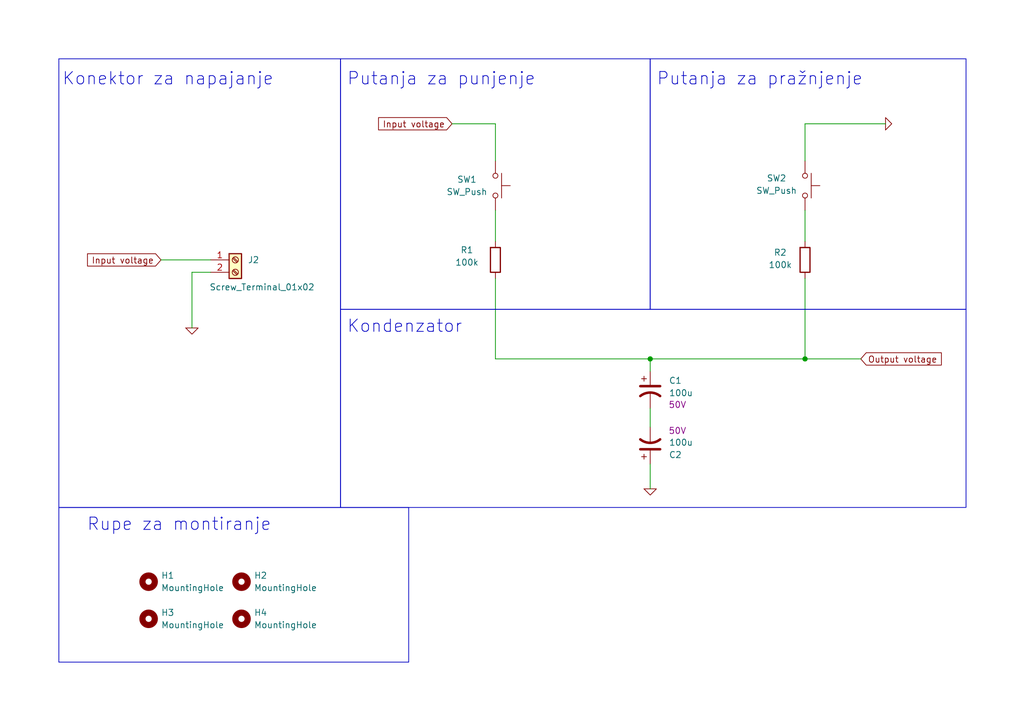
<source format=kicad_sch>
(kicad_sch (version 20231120) (generator "eeschema") (generator_version "8.0")
  (paper "A5")
  (title_block (title "Redna i paralelna otpornost") (rev "v1"))
  (lib_symbols
    (symbol "Connector:Screw_Terminal_01x02" (pin_names (offset 1.016) hide)
      (property "Reference" "J" (at 0 2.54 0))
      (property "Value" "Screw_Terminal_01x02" (at 0 -5.08 0))
      (symbol "Screw_Terminal_01x02_1_1"
        (rectangle (start -1.27 1.27) (end 1.27 -3.81) (stroke (width 0.254)) (fill (type background)))
        (circle (center 0 -2.54) (radius 0.635) (stroke (width 0.1524)))
        (polyline (pts (xy -0.5334 -2.2098) (xy 0.3302 -3.048)) (stroke (width 0.1524)))
        (polyline (pts (xy -0.5334 0.3302) (xy 0.3302 -0.508)) (stroke (width 0.1524)))
        (polyline (pts (xy -0.3556 -2.032) (xy 0.508 -2.8702)) (stroke (width 0.1524)))
        (polyline (pts (xy -0.3556 0.508) (xy 0.508 -0.3302)) (stroke (width 0.1524)))
        (circle (center 0 0) (radius 0.635) (stroke (width 0.1524)))
        (pin passive line (at -5.08 0 0) (length 3.81) (name "Pin_1") (number "1"))
        (pin passive line (at -5.08 -2.54 0) (length 3.81) (name "Pin_2") (number "2"))
      )
    )
    (symbol "Device:C_Polarized_US" (pin_numbers hide) (pin_names (offset 0.254) hide)
      (property "Reference" "C" (at 0.635 2.54 0))
      (property "Value" "C_Polarized_US" (at 0.635 -2.54 0))
      (symbol "C_Polarized_US_0_1"
        (polyline (pts (xy -2.032 0.762) (xy 2.032 0.762)) (stroke (width 0.508)))
        (polyline (pts (xy -1.778 2.286) (xy -0.762 2.286)))
        (polyline (pts (xy -1.27 1.778) (xy -1.27 2.794)))
        (arc (start 2.032 -1.27) (mid 0 -0.5572) (end -2.032 -1.27) (stroke (width 0.508)))
      )
      (symbol "C_Polarized_US_1_1"
        (pin passive line (at 0 3.81 270) (length 2.794) (name "~") (number "1"))
        (pin passive line (at 0 -3.81 90) (length 3.302) (name "~") (number "2"))
      )
    )
    (symbol "Device:R" (pin_numbers hide) (pin_names (offset 0))
      (property "Reference" "R" (at 2.032 0 90))
      (property "Value" "R" (at 0 0 90))
      (symbol "R_0_1"
        (rectangle (start -1.016 -2.54) (end 1.016 2.54) (stroke (width 0.254)))
      )
      (symbol "R_1_1"
        (pin passive line (at 0 3.81 270) (length 1.27) (name "~") (number "1"))
        (pin passive line (at 0 -3.81 90) (length 1.27) (name "~") (number "2"))
      )
    )
    (symbol "Mechanical:MountingHole" (pin_names (offset 1.016))
      (property "Reference" "H" (at 0 5.08 0))
      (property "Value" "MountingHole" (at 0 3.175 0))
      (symbol "MountingHole_0_1"
        (circle (center 0 0) (radius 1.27) (stroke (width 1.27)))
      )
    )
    (symbol "Simulation_SPICE:0" (power) (pin_names (offset 0))
      (property "Value" "0" (at 0 -1.778 0))
      (symbol "0_0_1"
        (polyline (pts (xy -1.27 0) (xy 0 -1.27) (xy 1.27 0) (xy -1.27 0)))
      )
      (symbol "0_1_1"
        (pin power_in line (at 0 0 0) (length 0) hide (name "0") (number "1"))
      )
    )
    (symbol "Switch:SW_Push" (pin_numbers hide) (pin_names (offset 1.016) hide)
      (property "Reference" "SW" (at 1.27 2.54 0))
      (property "Value" "SW_Push" (at 0 -1.524 0))
      (symbol "SW_Push_0_1"
        (circle (center -2.032 0) (radius 0.508))
        (polyline (pts (xy 0 1.27) (xy 0 3.048)))
        (polyline (pts (xy 2.54 1.27) (xy -2.54 1.27)))
        (circle (center 2.032 0) (radius 0.508))
        (pin passive line (at -5.08 0 0) (length 2.54) (name "1") (number "1"))
        (pin passive line (at 5.08 0 180) (length 2.54) (name "2") (number "2"))
      )
    )
  )
  (junction (at 165.1 73.66))
  (junction (at 133.35 73.66))
  (wire (pts (xy 165.1 57.15) (xy 165.1 73.66)))
  (wire (pts (xy 101.6 43.18) (xy 101.6 49.53)))
  (wire (pts (xy 101.6 57.15) (xy 101.6 73.66)))
  (wire (pts (xy 92.71 25.4) (xy 101.6 25.4)))
  (wire (pts (xy 165.1 73.66) (xy 176.53 73.66)))
  (wire (pts (xy 133.35 73.66) (xy 165.1 73.66)))
  (wire (pts (xy 165.1 25.4) (xy 165.1 33.02)))
  (wire (pts (xy 165.1 43.18) (xy 165.1 49.53)))
  (wire (pts (xy 39.37 55.88) (xy 43.18 55.88)))
  (wire (pts (xy 43.18 53.34) (xy 33.02 53.34)))
  (wire (pts (xy 101.6 25.4) (xy 101.6 33.02)))
  (wire (pts (xy 133.35 73.66) (xy 133.35 76.2)))
  (wire (pts (xy 39.37 55.88) (xy 39.37 67.31)))
  (wire (pts (xy 133.35 87.63) (xy 133.35 83.82)))
  (wire (pts (xy 181.61 25.4) (xy 165.1 25.4)))
  (wire (pts (xy 133.35 100.33) (xy 133.35 95.25)))
  (wire (pts (xy 133.35 73.66) (xy 101.6 73.66)))
  (rectangle (start 12.065 12.065) (end 69.85 104.14))
  (rectangle (start 12.065 104.14) (end 83.82 135.89))
  (rectangle (start 69.85 12.065) (end 133.35 63.5))
  (rectangle (start 69.85 63.5) (end 198.12 104.14))
  (rectangle (start 133.35 12.065) (end 198.12 63.5))
  (text "Putanja za pražnjenje" (at 134.62 17.78 0) (effects (font (size 2.54 2.54)) (justify left bottom)))
  (text "Rupe za montiranje\n" (at 17.78 109.22 0) (effects (font (size 2.54 2.54)) (justify left bottom)))
  (text "Kondenzator" (at 71.12 68.58 0) (effects (font (size 2.54 2.54)) (justify left bottom)))
  (text "Konektor za napajanje" (at 12.7 17.78 0) (effects (font (size 2.54 2.54)) (justify left bottom)))
  (text "Putanja za punjenje" (at 71.12 17.78 0) (effects (font (size 2.54 2.54)) (justify left bottom)))
  (global_label "Output voltage" (shape input) (at 176.53 73.66 0) (property "Intersheetrefs" "${INTERSHEET_REFS}" (effects (hide yes))))
  (global_label "Input voltage" (shape input) (at 33.02 53.34 180) (property "Intersheetrefs" "${INTERSHEET_REFS}" (effects (hide yes))))
  (global_label "Input voltage" (shape input) (at 92.71 25.4 180) (property "Intersheetrefs" "${INTERSHEET_REFS}" (effects (hide yes))))
  (symbol (lib_id "Simulation_SPICE:0") (at 39.37 67.31 0) (unit 1)
    (property "Reference" "#GND05" (effects (hide yes)))
    (property "Value" "0" (effects (hide yes)))
  )
  (symbol (lib_id "Simulation_SPICE:0") (at 133.35 100.33 0) (unit 1)
    (property "Reference" "#GND07" (effects (hide yes)))
    (property "Value" "0" (effects (hide yes)))
  )
  (symbol (lib_id "Mechanical:MountingHole") (at 30.48 127 0) (unit 1)
    (property "Reference" "H3" (at 33.02 125.73 0) (effects (justify left)))
    (property "Value" "MountingHole" (at 33.02 128.27 0) (effects (justify left)))
    (property "Footprint" "MountingHole:MountingHole_3.2mm_M3_ISO14580_Pad_TopBottom" (effects (hide yes)))
  )
  (symbol (lib_id "Switch:SW_Push") (at 101.6 38.1 270) (unit 1)
    (property "Reference" "SW1" (at 95.758 36.83 90))
    (property "Value" "SW_Push" (at 95.758 39.37 90))
    (property "Footprint" "Button_Switch_THT:SW_PUSH_6mm_H4.3mm" (effects (hide yes)))
    (property "Description" "Push button switch, generic, two pins" (effects (hide yes)))
  )
  (symbol (lib_id "Simulation_SPICE:0") (at 181.61 25.4 90) (unit 1)
    (property "Reference" "#GND01" (effects (hide yes)))
    (property "Value" "0" (effects (hide yes)))
  )
  (symbol (lib_id "Device:C_Polarized_US") (at 133.35 80.01 0) (unit 1)
    (property "Reference" "C1" (at 137.16 78.1049 0) (effects (justify left)))
    (property "Value" "100u" (at 137.16 80.6449 0) (effects (justify left)))
    (property "Footprint" "Capacitor_THT:CP_Radial_D8.0mm_P3.50mm" (effects (hide yes)))
    (property "Description" "Polarized capacitor, US symbol" (effects (hide yes)))
    (property "Voltage" "50V" (at 138.938 83.058 0))
  )
  (symbol (lib_id "Switch:SW_Push") (at 165.1 38.1 270) (unit 1)
    (property "Reference" "SW2" (at 159.258 36.576 90))
    (property "Value" "SW_Push" (at 159.258 39.116 90))
    (property "Footprint" "Button_Switch_THT:SW_PUSH_6mm_H4.3mm" (effects (hide yes)))
    (property "Description" "Push button switch, generic, two pins" (effects (hide yes)))
  )
  (symbol (lib_id "Connector:Screw_Terminal_01x02") (at 48.26 53.34 0) (unit 1) (exclude_from_sim yes)
    (property "Reference" "J2" (at 50.8 53.34 0) (effects (justify left)))
    (property "Value" "Screw_Terminal_01x02" (at 42.926 58.928 0) (effects (justify left)))
    (property "Footprint" "TerminalBlock_Phoenix:TerminalBlock_Phoenix_MKDS-1,5-2-5.08_1x02_P5.08mm_Horizontal" (effects (hide yes)))
  )
  (symbol (lib_id "Device:C_Polarized_US") (at 133.35 91.44 0) (mirror x) (unit 1)
    (property "Reference" "C2" (at 137.16 93.3451 0) (effects (justify left)))
    (property "Value" "100u" (at 137.16 90.8051 0) (effects (justify left)))
    (property "Footprint" "Capacitor_THT:CP_Radial_D8.0mm_P3.50mm" (effects (hide yes)))
    (property "Description" "Polarized capacitor, US symbol" (effects (hide yes)))
    (property "Voltage" "50V" (at 138.938 88.392 0))
  )
  (symbol (lib_id "Mechanical:MountingHole") (at 49.53 119.38 0) (unit 1)
    (property "Reference" "H2" (at 52.07 118.11 0) (effects (justify left)))
    (property "Value" "MountingHole" (at 52.07 120.65 0) (effects (justify left)))
    (property "Footprint" "MountingHole:MountingHole_3.2mm_M3_ISO14580_Pad_TopBottom" (effects (hide yes)))
  )
  (symbol (lib_id "Mechanical:MountingHole") (at 30.48 119.38 0) (unit 1)
    (property "Reference" "H1" (at 33.02 118.11 0) (effects (justify left)))
    (property "Value" "MountingHole" (at 33.02 120.65 0) (effects (justify left)))
    (property "Footprint" "MountingHole:MountingHole_3.2mm_M3_ISO14580_Pad_TopBottom" (effects (hide yes)))
  )
  (symbol (lib_id "Device:R") (at 165.1 53.34 0) (unit 1)
    (property "Reference" "R2" (at 160.02 51.816 0))
    (property "Value" "100k" (at 160.02 54.356 0))
    (property "Footprint" "Resistor_SMD:R_1206_3216Metric_Pad1.30x1.75mm_HandSolder" (effects (hide yes)))
  )
  (symbol (lib_id "Mechanical:MountingHole") (at 49.53 127 0) (unit 1)
    (property "Reference" "H4" (at 52.07 125.73 0) (effects (justify left)))
    (property "Value" "MountingHole" (at 52.07 128.27 0) (effects (justify left)))
    (property "Footprint" "MountingHole:MountingHole_3.2mm_M3_ISO14580_Pad_TopBottom" (effects (hide yes)))
  )
  (symbol (lib_id "Device:R") (at 101.6 53.34 0) (unit 1)
    (property "Reference" "R1" (at 95.758 51.308 0))
    (property "Value" "100k" (at 95.758 53.848 0))
    (property "Footprint" "Resistor_SMD:R_1206_3216Metric_Pad1.30x1.75mm_HandSolder" (effects (hide yes)))
  )
)
</source>
